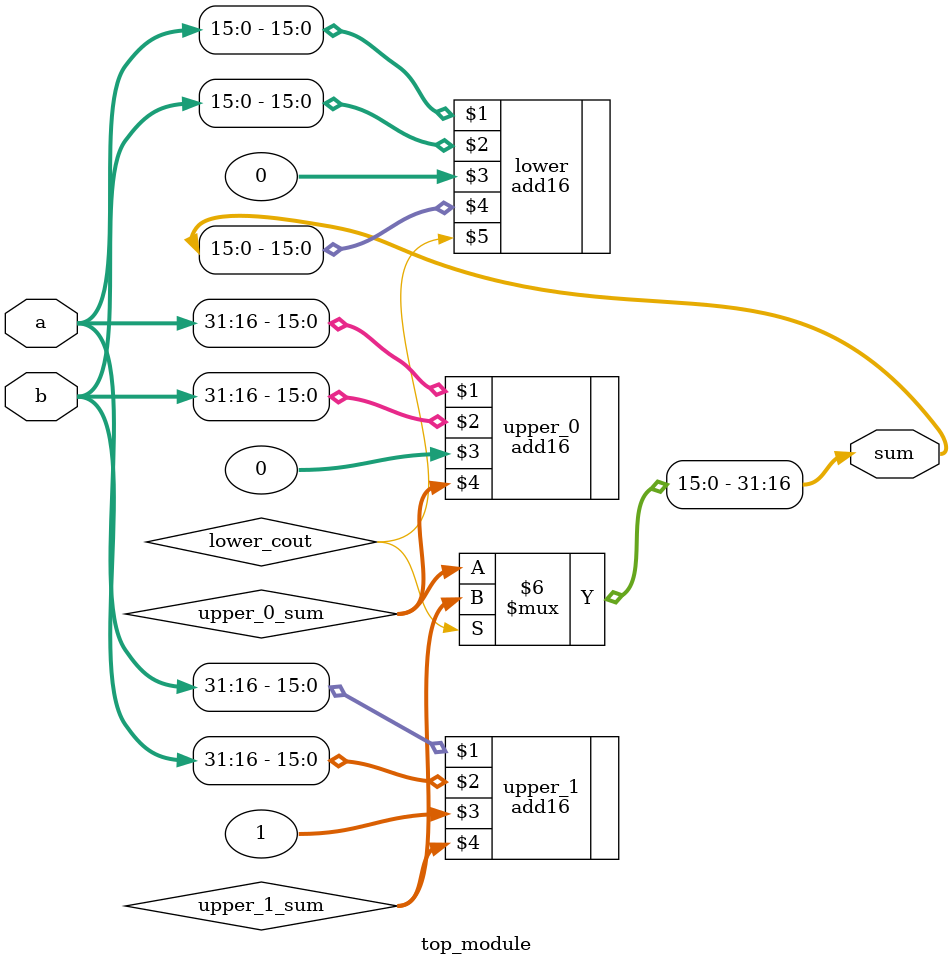
<source format=v>
module top_module(
	input [31:0] a,
	input [31:0] b,
	output [31:0] sum
);
	wire lower_cout;
	wire [15:0] upper_0_sum,upper_1_sum;

	add16 lower(a[15:0],b[15:0],0,sum[15:0],lower_cout);
	add16 upper_0(a[31:16],b[31:16],0,upper_0_sum);
	add16 upper_1(a[31:16],b[31:16],1,upper_1_sum);

	always @(*) begin
		if(lower_cout)	
			sum[31:16] <= upper_1_sum;
		else
			sum[31:16] <= upper_0_sum;
	end

endmodule

</source>
